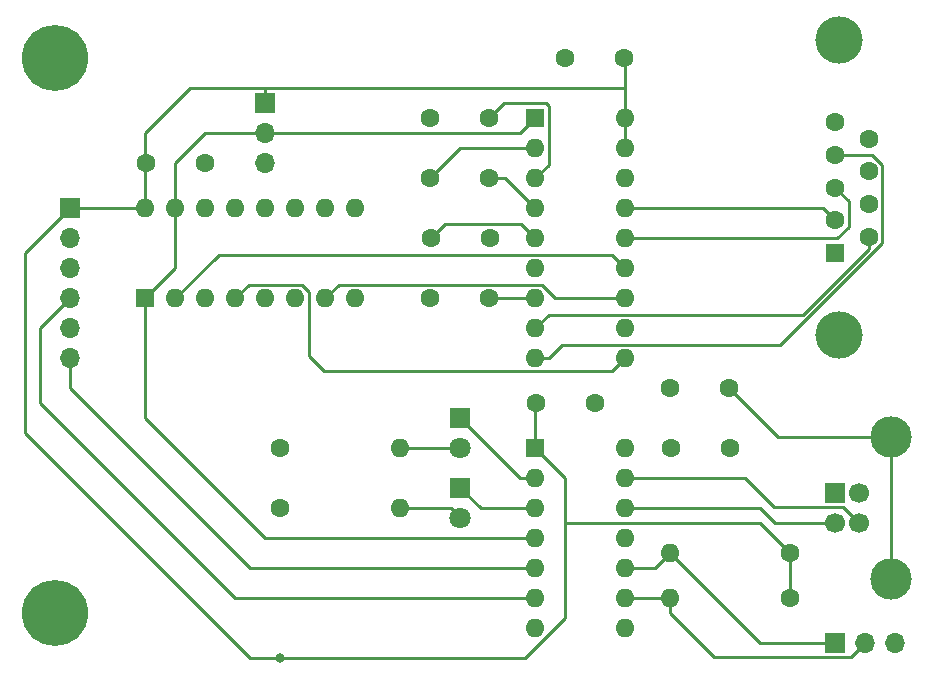
<source format=gbr>
%TF.GenerationSoftware,KiCad,Pcbnew,(5.1.6)-1*%
%TF.CreationDate,2020-07-22T17:22:53+02:00*%
%TF.ProjectId,serialadapter,73657269-616c-4616-9461-707465722e6b,rev?*%
%TF.SameCoordinates,Original*%
%TF.FileFunction,Copper,L1,Top*%
%TF.FilePolarity,Positive*%
%FSLAX46Y46*%
G04 Gerber Fmt 4.6, Leading zero omitted, Abs format (unit mm)*
G04 Created by KiCad (PCBNEW (5.1.6)-1) date 2020-07-22 17:22:53*
%MOMM*%
%LPD*%
G01*
G04 APERTURE LIST*
%TA.AperFunction,ComponentPad*%
%ADD10C,5.600000*%
%TD*%
%TA.AperFunction,ComponentPad*%
%ADD11C,1.800000*%
%TD*%
%TA.AperFunction,ComponentPad*%
%ADD12R,1.800000X1.800000*%
%TD*%
%TA.AperFunction,ComponentPad*%
%ADD13O,1.600000X1.600000*%
%TD*%
%TA.AperFunction,ComponentPad*%
%ADD14C,1.600000*%
%TD*%
%TA.AperFunction,ComponentPad*%
%ADD15C,3.500000*%
%TD*%
%TA.AperFunction,ComponentPad*%
%ADD16C,1.700000*%
%TD*%
%TA.AperFunction,ComponentPad*%
%ADD17R,1.700000X1.700000*%
%TD*%
%TA.AperFunction,ComponentPad*%
%ADD18O,1.700000X1.700000*%
%TD*%
%TA.AperFunction,ComponentPad*%
%ADD19R,1.600000X1.600000*%
%TD*%
%TA.AperFunction,ComponentPad*%
%ADD20C,4.000000*%
%TD*%
%TA.AperFunction,ViaPad*%
%ADD21C,0.800000*%
%TD*%
%TA.AperFunction,Conductor*%
%ADD22C,0.250000*%
%TD*%
G04 APERTURE END LIST*
D10*
%TO.P,REF2,1*%
%TO.N,GND*%
X135890000Y-95250000D03*
%TD*%
%TO.P,REF1,1*%
%TO.N,GND*%
X135890000Y-48260000D03*
%TD*%
D11*
%TO.P,D2,2*%
%TO.N,Net-(D2-Pad2)*%
X170180000Y-87180000D03*
D12*
%TO.P,D2,1*%
%TO.N,/LED_UTX*%
X170180000Y-84640000D03*
%TD*%
D11*
%TO.P,D1,2*%
%TO.N,Net-(D1-Pad2)*%
X170180000Y-81280000D03*
D12*
%TO.P,D1,1*%
%TO.N,/LED_URX*%
X170180000Y-78740000D03*
%TD*%
D13*
%TO.P,R4,2*%
%TO.N,Net-(D2-Pad2)*%
X165100000Y-86360000D03*
D14*
%TO.P,R4,1*%
%TO.N,VCC*%
X154940000Y-86360000D03*
%TD*%
D13*
%TO.P,R3,2*%
%TO.N,Net-(D1-Pad2)*%
X165100000Y-81280000D03*
D14*
%TO.P,R3,1*%
%TO.N,VCC*%
X154940000Y-81280000D03*
%TD*%
%TO.P,C9,2*%
%TO.N,Net-(C9-Pad2)*%
X192960000Y-76200000D03*
%TO.P,C9,1*%
%TO.N,GND*%
X187960000Y-76200000D03*
%TD*%
D15*
%TO.P,J3,5*%
%TO.N,Net-(C9-Pad2)*%
X206640000Y-92360000D03*
X206640000Y-80320000D03*
D16*
%TO.P,J3,4*%
%TO.N,GND*%
X203930000Y-85090000D03*
%TO.P,J3,3*%
%TO.N,Net-(J3-Pad3)*%
X203930000Y-87590000D03*
%TO.P,J3,2*%
%TO.N,Net-(J3-Pad2)*%
X201930000Y-87590000D03*
D17*
%TO.P,J3,1*%
%TO.N,Net-(J3-Pad1)*%
X201930000Y-85090000D03*
%TD*%
D13*
%TO.P,R2,2*%
%TO.N,Net-(J4-Pad2)*%
X187960000Y-93980000D03*
D14*
%TO.P,R2,1*%
%TO.N,VCC*%
X198120000Y-93980000D03*
%TD*%
D13*
%TO.P,R1,2*%
%TO.N,Net-(J4-Pad1)*%
X187960000Y-90170000D03*
D14*
%TO.P,R1,1*%
%TO.N,VCC*%
X198120000Y-90170000D03*
%TD*%
D18*
%TO.P,J4,3*%
%TO.N,GND*%
X207010000Y-97790000D03*
%TO.P,J4,2*%
%TO.N,Net-(J4-Pad2)*%
X204470000Y-97790000D03*
D17*
%TO.P,J4,1*%
%TO.N,Net-(J4-Pad1)*%
X201930000Y-97790000D03*
%TD*%
D13*
%TO.P,U2,16*%
%TO.N,VCC*%
X143510000Y-60960000D03*
%TO.P,U2,8*%
%TO.N,GND*%
X161290000Y-68580000D03*
%TO.P,U2,15*%
%TO.N,/ENABLE*%
X146050000Y-60960000D03*
%TO.P,U2,7*%
%TO.N,Net-(U1-Pad12)*%
X158750000Y-68580000D03*
%TO.P,U2,14*%
%TO.N,Net-(U2-Pad14)*%
X148590000Y-60960000D03*
%TO.P,U2,6*%
%TO.N,/TX*%
X156210000Y-68580000D03*
%TO.P,U2,13*%
%TO.N,Net-(U2-Pad13)*%
X151130000Y-60960000D03*
%TO.P,U2,5*%
%TO.N,Net-(J1-Pad5)*%
X153670000Y-68580000D03*
%TO.P,U2,12*%
%TO.N,Net-(U2-Pad12)*%
X153670000Y-60960000D03*
%TO.P,U2,4*%
%TO.N,Net-(U1-Pad10)*%
X151130000Y-68580000D03*
%TO.P,U2,11*%
%TO.N,Net-(U2-Pad11)*%
X156210000Y-60960000D03*
%TO.P,U2,3*%
%TO.N,/RX*%
X148590000Y-68580000D03*
%TO.P,U2,10*%
%TO.N,Net-(J1-Pad3)*%
X158750000Y-60960000D03*
%TO.P,U2,2*%
%TO.N,Net-(U1-Pad13)*%
X146050000Y-68580000D03*
%TO.P,U2,9*%
%TO.N,Net-(U1-Pad11)*%
X161290000Y-60960000D03*
D19*
%TO.P,U2,1*%
%TO.N,/ENABLE*%
X143510000Y-68580000D03*
%TD*%
D14*
%TO.P,C8,2*%
%TO.N,VCC*%
X143590000Y-57150000D03*
%TO.P,C8,1*%
%TO.N,GND*%
X148590000Y-57150000D03*
%TD*%
%TO.P,C7,2*%
%TO.N,VCC*%
X176610000Y-77470000D03*
%TO.P,C7,1*%
%TO.N,GND*%
X181610000Y-77470000D03*
%TD*%
D13*
%TO.P,U1,18*%
%TO.N,VCC*%
X184150000Y-53340000D03*
%TO.P,U1,9*%
%TO.N,Net-(J2-Pad4)*%
X176530000Y-73660000D03*
%TO.P,U1,17*%
%TO.N,VCC*%
X184150000Y-55880000D03*
%TO.P,U1,8*%
%TO.N,Net-(J2-Pad6)*%
X176530000Y-71120000D03*
%TO.P,U1,16*%
%TO.N,GND*%
X184150000Y-58420000D03*
%TO.P,U1,7*%
%TO.N,Net-(C2-Pad2)*%
X176530000Y-68580000D03*
%TO.P,U1,15*%
%TO.N,Net-(J2-Pad2)*%
X184150000Y-60960000D03*
%TO.P,U1,6*%
%TO.N,Net-(C5-Pad2)*%
X176530000Y-66040000D03*
%TO.P,U1,14*%
%TO.N,Net-(J2-Pad3)*%
X184150000Y-63500000D03*
%TO.P,U1,5*%
%TO.N,Net-(C5-Pad1)*%
X176530000Y-63500000D03*
%TO.P,U1,13*%
%TO.N,Net-(U1-Pad13)*%
X184150000Y-66040000D03*
%TO.P,U1,4*%
%TO.N,Net-(C4-Pad2)*%
X176530000Y-60960000D03*
%TO.P,U1,12*%
%TO.N,Net-(U1-Pad12)*%
X184150000Y-68580000D03*
%TO.P,U1,3*%
%TO.N,Net-(C3-Pad2)*%
X176530000Y-58420000D03*
%TO.P,U1,11*%
%TO.N,Net-(U1-Pad11)*%
X184150000Y-71120000D03*
%TO.P,U1,2*%
%TO.N,Net-(C4-Pad1)*%
X176530000Y-55880000D03*
%TO.P,U1,10*%
%TO.N,Net-(U1-Pad10)*%
X184150000Y-73660000D03*
D19*
%TO.P,U1,1*%
%TO.N,/ENABLE*%
X176530000Y-53340000D03*
%TD*%
D18*
%TO.P,JP1,3*%
%TO.N,GND*%
X153670000Y-57150000D03*
%TO.P,JP1,2*%
%TO.N,/ENABLE*%
X153670000Y-54610000D03*
D17*
%TO.P,JP1,1*%
%TO.N,VCC*%
X153670000Y-52070000D03*
%TD*%
D18*
%TO.P,J1,6*%
%TO.N,/RX*%
X137160000Y-73660000D03*
%TO.P,J1,5*%
%TO.N,Net-(J1-Pad5)*%
X137160000Y-71120000D03*
%TO.P,J1,4*%
%TO.N,/TX*%
X137160000Y-68580000D03*
%TO.P,J1,3*%
%TO.N,Net-(J1-Pad3)*%
X137160000Y-66040000D03*
%TO.P,J1,2*%
%TO.N,GND*%
X137160000Y-63500000D03*
D17*
%TO.P,J1,1*%
%TO.N,VCC*%
X137160000Y-60960000D03*
%TD*%
D13*
%TO.P,U3,14*%
%TO.N,GND*%
X184150000Y-81280000D03*
%TO.P,U3,7*%
%TO.N,Net-(U3-Pad7)*%
X176530000Y-96520000D03*
%TO.P,U3,13*%
%TO.N,Net-(J3-Pad3)*%
X184150000Y-83820000D03*
%TO.P,U3,6*%
%TO.N,/TX*%
X176530000Y-93980000D03*
%TO.P,U3,12*%
%TO.N,Net-(J3-Pad2)*%
X184150000Y-86360000D03*
%TO.P,U3,5*%
%TO.N,/RX*%
X176530000Y-91440000D03*
%TO.P,U3,11*%
%TO.N,Net-(C6-Pad2)*%
X184150000Y-88900000D03*
%TO.P,U3,4*%
%TO.N,/ENABLE*%
X176530000Y-88900000D03*
%TO.P,U3,10*%
%TO.N,Net-(J4-Pad1)*%
X184150000Y-91440000D03*
%TO.P,U3,3*%
%TO.N,/LED_UTX*%
X176530000Y-86360000D03*
%TO.P,U3,9*%
%TO.N,Net-(J4-Pad2)*%
X184150000Y-93980000D03*
%TO.P,U3,2*%
%TO.N,/LED_URX*%
X176530000Y-83820000D03*
%TO.P,U3,8*%
%TO.N,Net-(U3-Pad8)*%
X184150000Y-96520000D03*
D19*
%TO.P,U3,1*%
%TO.N,VCC*%
X176530000Y-81280000D03*
%TD*%
D20*
%TO.P,J2,0*%
%TO.N,N/C*%
X202230000Y-46730000D03*
X202230000Y-71730000D03*
D14*
%TO.P,J2,9*%
%TO.N,Net-(J2-Pad9)*%
X204770000Y-55075000D03*
%TO.P,J2,8*%
%TO.N,Net-(J2-Pad8)*%
X204770000Y-57845000D03*
%TO.P,J2,7*%
%TO.N,Net-(J2-Pad7)*%
X204770000Y-60615000D03*
%TO.P,J2,6*%
%TO.N,Net-(J2-Pad6)*%
X204770000Y-63385000D03*
%TO.P,J2,5*%
%TO.N,GND*%
X201930000Y-53690000D03*
%TO.P,J2,4*%
%TO.N,Net-(J2-Pad4)*%
X201930000Y-56460000D03*
%TO.P,J2,3*%
%TO.N,Net-(J2-Pad3)*%
X201930000Y-59230000D03*
%TO.P,J2,2*%
%TO.N,Net-(J2-Pad2)*%
X201930000Y-62000000D03*
D19*
%TO.P,J2,1*%
%TO.N,Net-(J2-Pad1)*%
X201930000Y-64770000D03*
%TD*%
D14*
%TO.P,C6,2*%
%TO.N,Net-(C6-Pad2)*%
X188040000Y-81280000D03*
%TO.P,C6,1*%
%TO.N,GND*%
X193040000Y-81280000D03*
%TD*%
%TO.P,C5,2*%
%TO.N,Net-(C5-Pad2)*%
X172720000Y-63500000D03*
%TO.P,C5,1*%
%TO.N,Net-(C5-Pad1)*%
X167720000Y-63500000D03*
%TD*%
%TO.P,C4,2*%
%TO.N,Net-(C4-Pad2)*%
X172640000Y-58420000D03*
%TO.P,C4,1*%
%TO.N,Net-(C4-Pad1)*%
X167640000Y-58420000D03*
%TD*%
%TO.P,C3,2*%
%TO.N,Net-(C3-Pad2)*%
X172640000Y-53340000D03*
%TO.P,C3,1*%
%TO.N,GND*%
X167640000Y-53340000D03*
%TD*%
%TO.P,C2,2*%
%TO.N,Net-(C2-Pad2)*%
X172640000Y-68580000D03*
%TO.P,C2,1*%
%TO.N,GND*%
X167640000Y-68580000D03*
%TD*%
%TO.P,C1,2*%
%TO.N,VCC*%
X184070000Y-48260000D03*
%TO.P,C1,1*%
%TO.N,GND*%
X179070000Y-48260000D03*
%TD*%
D21*
%TO.N,VCC*%
X154940000Y-99060000D03*
%TD*%
D22*
%TO.N,VCC*%
X143510000Y-54610000D02*
X143510000Y-60960000D01*
X184150000Y-48340000D02*
X184070000Y-48260000D01*
X157480000Y-50800000D02*
X184150000Y-50800000D01*
X184150000Y-53340000D02*
X184150000Y-52070000D01*
X184150000Y-52070000D02*
X184150000Y-48340000D01*
X157480000Y-50800000D02*
X147320000Y-50800000D01*
X147320000Y-50800000D02*
X143510000Y-54610000D01*
X184150000Y-53340000D02*
X184150000Y-55880000D01*
X175655002Y-99060000D02*
X179070000Y-95645002D01*
X179070000Y-83820000D02*
X176530000Y-81280000D01*
X176530000Y-77550000D02*
X176610000Y-77470000D01*
X176530000Y-81280000D02*
X176530000Y-77550000D01*
X175655002Y-99060000D02*
X152400000Y-99060000D01*
X152400000Y-99060000D02*
X133350000Y-80010000D01*
X133350000Y-64770000D02*
X137160000Y-60960000D01*
X133350000Y-80010000D02*
X133350000Y-64770000D01*
X137160000Y-60960000D02*
X143510000Y-60960000D01*
X153670000Y-52070000D02*
X153670000Y-50800000D01*
X198120000Y-93980000D02*
X198120000Y-90170000D01*
X194310000Y-87630000D02*
X179070000Y-87630000D01*
X198120000Y-90170000D02*
X195580000Y-87630000D01*
X179070000Y-95645002D02*
X179070000Y-87630000D01*
X179070000Y-87630000D02*
X179070000Y-83820000D01*
X194310000Y-87630000D02*
X195580000Y-87630000D01*
%TO.N,Net-(C2-Pad2)*%
X172640000Y-68580000D02*
X176530000Y-68580000D01*
%TO.N,Net-(C3-Pad2)*%
X172640000Y-53340000D02*
X173910000Y-52070000D01*
X177655001Y-57294999D02*
X176530000Y-58420000D01*
X177655001Y-52279999D02*
X177655001Y-57294999D01*
X177445002Y-52070000D02*
X177655001Y-52279999D01*
X173910000Y-52070000D02*
X177445002Y-52070000D01*
%TO.N,Net-(C4-Pad2)*%
X173990000Y-58420000D02*
X176530000Y-60960000D01*
X172640000Y-58420000D02*
X173990000Y-58420000D01*
%TO.N,Net-(C4-Pad1)*%
X170180000Y-55880000D02*
X176530000Y-55880000D01*
X167640000Y-58420000D02*
X170180000Y-55880000D01*
%TO.N,Net-(C5-Pad1)*%
X167720000Y-63500000D02*
X168910000Y-62310000D01*
X175340000Y-62310000D02*
X176530000Y-63500000D01*
X168910000Y-62310000D02*
X175340000Y-62310000D01*
%TO.N,Net-(J2-Pad6)*%
X177655001Y-69994999D02*
X176530000Y-71120000D01*
X204770000Y-63385000D02*
X204770000Y-64413592D01*
X204770000Y-64413592D02*
X199188593Y-69994999D01*
X199188593Y-69994999D02*
X177655001Y-69994999D01*
%TO.N,Net-(J2-Pad4)*%
X197285003Y-72534999D02*
X205895001Y-63925001D01*
X176530000Y-73660000D02*
X177661370Y-73660000D01*
X178786371Y-72534999D02*
X197285003Y-72534999D01*
X177661370Y-73660000D02*
X178786371Y-72534999D01*
X205895001Y-63925001D02*
X205895001Y-57304999D01*
X205050002Y-56460000D02*
X201930000Y-56460000D01*
X205895001Y-57304999D02*
X205050002Y-56460000D01*
%TO.N,Net-(J2-Pad3)*%
X203055001Y-62540001D02*
X203055001Y-60355001D01*
X203055001Y-60355001D02*
X201930000Y-59230000D01*
X202095002Y-63500000D02*
X203055001Y-62540001D01*
X184150000Y-63500000D02*
X202095002Y-63500000D01*
%TO.N,Net-(J2-Pad2)*%
X200890000Y-60960000D02*
X201930000Y-62000000D01*
X184150000Y-60960000D02*
X200890000Y-60960000D01*
%TO.N,Net-(J3-Pad3)*%
X202605001Y-86265001D02*
X203930000Y-87590000D01*
X196755001Y-86265001D02*
X202605001Y-86265001D01*
X184150000Y-83820000D02*
X194310000Y-83820000D01*
X194310000Y-83820000D02*
X196755001Y-86265001D01*
%TO.N,/TX*%
X176530000Y-93980000D02*
X151130000Y-93980000D01*
X151130000Y-93980000D02*
X134620000Y-77470000D01*
X134620000Y-71120000D02*
X137160000Y-68580000D01*
X134620000Y-77470000D02*
X134620000Y-71120000D01*
%TO.N,Net-(J3-Pad2)*%
X196810000Y-87590000D02*
X200660000Y-87590000D01*
X184150000Y-86360000D02*
X195580000Y-86360000D01*
X195580000Y-86360000D02*
X196810000Y-87590000D01*
X200660000Y-87590000D02*
X201930000Y-87590000D01*
%TO.N,/RX*%
X176530000Y-91440000D02*
X166370000Y-91440000D01*
X137160000Y-73660000D02*
X137160000Y-76200000D01*
X137160000Y-76200000D02*
X152400000Y-91440000D01*
X152400000Y-91440000D02*
X176530000Y-91440000D01*
%TO.N,/ENABLE*%
X143510000Y-68580000D02*
X146050000Y-66040000D01*
X143510000Y-68580000D02*
X143510000Y-78740000D01*
X153670000Y-88900000D02*
X176530000Y-88900000D01*
X143510000Y-78740000D02*
X153670000Y-88900000D01*
X175260000Y-54610000D02*
X176530000Y-53340000D01*
X153670000Y-54610000D02*
X175260000Y-54610000D01*
X153670000Y-54610000D02*
X148590000Y-54610000D01*
X146050000Y-57150000D02*
X146050000Y-58420000D01*
X146050000Y-66040000D02*
X146050000Y-58420000D01*
X148590000Y-54610000D02*
X146050000Y-57150000D01*
X146050000Y-58420000D02*
X146050000Y-58024998D01*
%TO.N,Net-(U1-Pad10)*%
X183024999Y-74785001D02*
X158605001Y-74785001D01*
X184150000Y-73660000D02*
X183024999Y-74785001D01*
X157335001Y-68039999D02*
X156750001Y-67454999D01*
X157335001Y-73515001D02*
X157335001Y-68039999D01*
X158605001Y-74785001D02*
X157335001Y-73515001D01*
X151130000Y-68580000D02*
X152255001Y-67454999D01*
X152255001Y-67454999D02*
X156750001Y-67454999D01*
%TO.N,Net-(U1-Pad13)*%
X184150000Y-66040000D02*
X183024999Y-64914999D01*
X146050000Y-68580000D02*
X149715001Y-64914999D01*
X149715001Y-64914999D02*
X163685001Y-64914999D01*
X183024999Y-64914999D02*
X163685001Y-64914999D01*
X163685001Y-64914999D02*
X150985001Y-64914999D01*
%TO.N,Net-(U1-Pad12)*%
X178195002Y-68580000D02*
X177070001Y-67454999D01*
X184150000Y-68580000D02*
X178195002Y-68580000D01*
X177070001Y-67454999D02*
X159875001Y-67454999D01*
X159875001Y-67454999D02*
X158750000Y-68580000D01*
%TO.N,Net-(J4-Pad2)*%
X203294999Y-98965001D02*
X204470000Y-97790000D01*
X191675001Y-98965001D02*
X203294999Y-98965001D01*
X184150000Y-93980000D02*
X187960000Y-93980000D01*
X187960000Y-95250000D02*
X191675001Y-98965001D01*
X187960000Y-93980000D02*
X187960000Y-95250000D01*
%TO.N,Net-(J4-Pad1)*%
X187960000Y-90170000D02*
X195580000Y-97790000D01*
X186690000Y-91440000D02*
X187960000Y-90170000D01*
X184150000Y-91440000D02*
X186690000Y-91440000D01*
X195580000Y-97790000D02*
X201930000Y-97790000D01*
%TO.N,Net-(C9-Pad2)*%
X197080000Y-80320000D02*
X192960000Y-76200000D01*
X205370000Y-80320000D02*
X197080000Y-80320000D01*
X206640000Y-92360000D02*
X206640000Y-80320000D01*
%TO.N,Net-(D1-Pad2)*%
X170180000Y-81280000D02*
X165100000Y-81280000D01*
%TO.N,Net-(D2-Pad2)*%
X169360000Y-86360000D02*
X170180000Y-87180000D01*
X165100000Y-86360000D02*
X169360000Y-86360000D01*
%TO.N,/LED_UTX*%
X171900000Y-86360000D02*
X170180000Y-84640000D01*
X176530000Y-86360000D02*
X171900000Y-86360000D01*
%TO.N,/LED_URX*%
X175260000Y-83820000D02*
X170180000Y-78740000D01*
X176530000Y-83820000D02*
X175260000Y-83820000D01*
%TD*%
M02*

</source>
